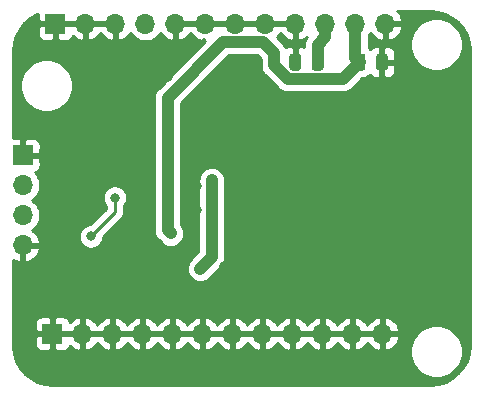
<source format=gbr>
%TF.GenerationSoftware,KiCad,Pcbnew,(5.1.9)-1*%
%TF.CreationDate,2021-10-14T16:01:30-04:00*%
%TF.ProjectId,ModularPreamp,4d6f6475-6c61-4725-9072-65616d702e6b,rev?*%
%TF.SameCoordinates,Original*%
%TF.FileFunction,Copper,L2,Bot*%
%TF.FilePolarity,Positive*%
%FSLAX46Y46*%
G04 Gerber Fmt 4.6, Leading zero omitted, Abs format (unit mm)*
G04 Created by KiCad (PCBNEW (5.1.9)-1) date 2021-10-14 16:01:30*
%MOMM*%
%LPD*%
G01*
G04 APERTURE LIST*
%TA.AperFunction,ComponentPad*%
%ADD10O,1.700000X1.700000*%
%TD*%
%TA.AperFunction,ComponentPad*%
%ADD11R,1.700000X1.700000*%
%TD*%
%TA.AperFunction,ViaPad*%
%ADD12C,0.800000*%
%TD*%
%TA.AperFunction,Conductor*%
%ADD13C,1.000000*%
%TD*%
%TA.AperFunction,Conductor*%
%ADD14C,0.250000*%
%TD*%
%TA.AperFunction,Conductor*%
%ADD15C,0.254000*%
%TD*%
%TA.AperFunction,Conductor*%
%ADD16C,0.100000*%
%TD*%
G04 APERTURE END LIST*
D10*
%TO.P,J1,4*%
%TO.N,GND*%
X146500000Y-107500000D03*
%TO.P,J1,3*%
%TO.N,Optional_In+*%
X146500000Y-104960000D03*
%TO.P,J1,2*%
%TO.N,Sum*%
X146500000Y-102420000D03*
D11*
%TO.P,J1,1*%
%TO.N,GND*%
X146500000Y-99880000D03*
%TD*%
%TO.P,C4,2*%
%TO.N,-5V*%
%TA.AperFunction,SMDPad,CuDef*%
G36*
G01*
X175500000Y-91525000D02*
X175500000Y-92475000D01*
G75*
G02*
X175250000Y-92725000I-250000J0D01*
G01*
X174750000Y-92725000D01*
G75*
G02*
X174500000Y-92475000I0J250000D01*
G01*
X174500000Y-91525000D01*
G75*
G02*
X174750000Y-91275000I250000J0D01*
G01*
X175250000Y-91275000D01*
G75*
G02*
X175500000Y-91525000I0J-250000D01*
G01*
G37*
%TD.AperFunction*%
%TO.P,C4,1*%
%TO.N,GND*%
%TA.AperFunction,SMDPad,CuDef*%
G36*
G01*
X177400000Y-91525000D02*
X177400000Y-92475000D01*
G75*
G02*
X177150000Y-92725000I-250000J0D01*
G01*
X176650000Y-92725000D01*
G75*
G02*
X176400000Y-92475000I0J250000D01*
G01*
X176400000Y-91525000D01*
G75*
G02*
X176650000Y-91275000I250000J0D01*
G01*
X177150000Y-91275000D01*
G75*
G02*
X177400000Y-91525000I0J-250000D01*
G01*
G37*
%TD.AperFunction*%
%TD*%
%TO.P,C2,2*%
%TO.N,GND*%
%TA.AperFunction,SMDPad,CuDef*%
G36*
G01*
X170050000Y-91525000D02*
X170050000Y-92475000D01*
G75*
G02*
X169800000Y-92725000I-250000J0D01*
G01*
X169300000Y-92725000D01*
G75*
G02*
X169050000Y-92475000I0J250000D01*
G01*
X169050000Y-91525000D01*
G75*
G02*
X169300000Y-91275000I250000J0D01*
G01*
X169800000Y-91275000D01*
G75*
G02*
X170050000Y-91525000I0J-250000D01*
G01*
G37*
%TD.AperFunction*%
%TO.P,C2,1*%
%TO.N,+5V*%
%TA.AperFunction,SMDPad,CuDef*%
G36*
G01*
X171950000Y-91525000D02*
X171950000Y-92475000D01*
G75*
G02*
X171700000Y-92725000I-250000J0D01*
G01*
X171200000Y-92725000D01*
G75*
G02*
X170950000Y-92475000I0J250000D01*
G01*
X170950000Y-91525000D01*
G75*
G02*
X171200000Y-91275000I250000J0D01*
G01*
X171700000Y-91275000D01*
G75*
G02*
X171950000Y-91525000I0J-250000D01*
G01*
G37*
%TD.AperFunction*%
%TD*%
D10*
%TO.P,J18,12*%
%TO.N,GND*%
X177190000Y-88750000D03*
%TO.P,J18,11*%
%TO.N,-5V*%
X174650000Y-88750000D03*
%TO.P,J18,10*%
%TO.N,+5V*%
X172110000Y-88750000D03*
%TO.P,J18,9*%
%TO.N,GND*%
X169570000Y-88750000D03*
%TO.P,J18,8*%
X167030000Y-88750000D03*
%TO.P,J18,7*%
X164490000Y-88750000D03*
%TO.P,J18,6*%
X161950000Y-88750000D03*
%TO.P,J18,5*%
X159410000Y-88750000D03*
%TO.P,J18,4*%
%TO.N,SumOut*%
X156870000Y-88750000D03*
%TO.P,J18,3*%
%TO.N,GND*%
X154330000Y-88750000D03*
%TO.P,J18,2*%
X151790000Y-88750000D03*
D11*
%TO.P,J18,1*%
X149250000Y-88750000D03*
%TD*%
D10*
%TO.P,J22,12*%
%TO.N,GND*%
X176940000Y-115000000D03*
%TO.P,J22,11*%
X174400000Y-115000000D03*
%TO.P,J22,10*%
X171860000Y-115000000D03*
%TO.P,J22,9*%
X169320000Y-115000000D03*
%TO.P,J22,8*%
X166780000Y-115000000D03*
%TO.P,J22,7*%
X164240000Y-115000000D03*
%TO.P,J22,6*%
X161700000Y-115000000D03*
%TO.P,J22,5*%
X159160000Y-115000000D03*
%TO.P,J22,4*%
X156620000Y-115000000D03*
%TO.P,J22,3*%
X154080000Y-115000000D03*
%TO.P,J22,2*%
X151540000Y-115000000D03*
D11*
%TO.P,J22,1*%
X149000000Y-115000000D03*
%TD*%
D12*
%TO.N,GND*%
X155500000Y-91000000D03*
X158500000Y-91000000D03*
X155000000Y-95500000D03*
X147500000Y-97500000D03*
X161250000Y-104500000D03*
X164502497Y-103247659D03*
X164250000Y-106750000D03*
X163250000Y-94000000D03*
X162000000Y-96250000D03*
X150000000Y-104000000D03*
X152500000Y-105000000D03*
X155250000Y-108500000D03*
X159500000Y-109250000D03*
X156000000Y-110000000D03*
X154000000Y-112000000D03*
X165500000Y-109250000D03*
X163500000Y-109250000D03*
X167250000Y-105750000D03*
X177750000Y-111250000D03*
X175000000Y-111250000D03*
X172500000Y-111250000D03*
X169500000Y-111250000D03*
X161000000Y-90750000D03*
X162500000Y-98750000D03*
X164000000Y-95750000D03*
X161250000Y-102500000D03*
X158750000Y-93250000D03*
X166500000Y-94250000D03*
X161500000Y-94750000D03*
X172000000Y-101500000D03*
X176000000Y-101500000D03*
X174000000Y-101500000D03*
X172000000Y-98250000D03*
X174000000Y-98250000D03*
X176000000Y-98250000D03*
X168000000Y-98250000D03*
X166000000Y-98250000D03*
X170000000Y-98250000D03*
X168750000Y-101500000D03*
X166750000Y-101500000D03*
X170750000Y-101500000D03*
X149250000Y-100750000D03*
X153250000Y-100750000D03*
X151250000Y-100750000D03*
X183000000Y-110000000D03*
X183000000Y-105000000D03*
X183000000Y-100000000D03*
X183000000Y-95000000D03*
X181000000Y-110000000D03*
X181000000Y-105000000D03*
X181000000Y-100000000D03*
X181000000Y-95000000D03*
%TO.N,-5V*%
X159000000Y-106500000D03*
%TO.N,Net-(R33-Pad1)*%
X162500000Y-102000000D03*
X161500000Y-109500000D03*
%TO.N,Net-(R6-Pad1)*%
X152250000Y-106750000D03*
X154277825Y-103472175D03*
%TD*%
D13*
%TO.N,+5V*%
X171450000Y-92000000D02*
X171450000Y-90550000D01*
X172110000Y-89890000D02*
X172110000Y-88750000D01*
X171450000Y-90550000D02*
X172110000Y-89890000D01*
%TO.N,-5V*%
X174650000Y-91650000D02*
X175000000Y-92000000D01*
X174650000Y-88750000D02*
X174650000Y-91650000D01*
X168906490Y-93425010D02*
X167750000Y-92268520D01*
X173574990Y-93425010D02*
X168906490Y-93425010D01*
X175000000Y-92000000D02*
X173574990Y-93425010D01*
X167750000Y-91250000D02*
X166800001Y-90300001D01*
X167750000Y-92268520D02*
X167750000Y-91250000D01*
X166800001Y-90300001D02*
X163449999Y-90300001D01*
X163449999Y-90300001D02*
X158750000Y-95000000D01*
X158750000Y-106250000D02*
X159000000Y-106500000D01*
X158750000Y-95000000D02*
X158750000Y-106250000D01*
%TO.N,Net-(R33-Pad1)*%
X162500000Y-102000000D02*
X162500000Y-108500000D01*
X162500000Y-108500000D02*
X161500000Y-109500000D01*
D14*
%TO.N,Net-(R6-Pad1)*%
X154277825Y-104722175D02*
X154277825Y-103472175D01*
X152250000Y-106750000D02*
X154277825Y-104722175D01*
%TD*%
D15*
%TO.N,GND*%
X181648126Y-87726714D02*
X182271572Y-87914943D01*
X182846579Y-88220681D01*
X183351247Y-88632279D01*
X183766362Y-89134067D01*
X184076105Y-89706924D01*
X184268682Y-90329039D01*
X184340001Y-91007594D01*
X184340000Y-115967721D01*
X184273286Y-116648126D01*
X184085057Y-117271570D01*
X183779323Y-117846573D01*
X183367721Y-118351248D01*
X182865933Y-118766362D01*
X182293077Y-119076104D01*
X181670961Y-119268682D01*
X180992417Y-119340000D01*
X149032279Y-119340000D01*
X148351874Y-119273286D01*
X147728430Y-119085057D01*
X147153427Y-118779323D01*
X146648752Y-118367721D01*
X146233638Y-117865933D01*
X145923896Y-117293077D01*
X145731318Y-116670961D01*
X145660000Y-115992417D01*
X145660000Y-115850000D01*
X147511928Y-115850000D01*
X147524188Y-115974482D01*
X147560498Y-116094180D01*
X147619463Y-116204494D01*
X147698815Y-116301185D01*
X147795506Y-116380537D01*
X147905820Y-116439502D01*
X148025518Y-116475812D01*
X148150000Y-116488072D01*
X148714250Y-116485000D01*
X148873000Y-116326250D01*
X148873000Y-115127000D01*
X149127000Y-115127000D01*
X149127000Y-116326250D01*
X149285750Y-116485000D01*
X149850000Y-116488072D01*
X149974482Y-116475812D01*
X150094180Y-116439502D01*
X150204494Y-116380537D01*
X150301185Y-116301185D01*
X150380537Y-116204494D01*
X150439502Y-116094180D01*
X150463966Y-116013534D01*
X150539731Y-116097588D01*
X150773080Y-116271641D01*
X151035901Y-116396825D01*
X151183110Y-116441476D01*
X151413000Y-116320155D01*
X151413000Y-115127000D01*
X151667000Y-115127000D01*
X151667000Y-116320155D01*
X151896890Y-116441476D01*
X152044099Y-116396825D01*
X152306920Y-116271641D01*
X152540269Y-116097588D01*
X152735178Y-115881355D01*
X152810000Y-115755745D01*
X152884822Y-115881355D01*
X153079731Y-116097588D01*
X153313080Y-116271641D01*
X153575901Y-116396825D01*
X153723110Y-116441476D01*
X153953000Y-116320155D01*
X153953000Y-115127000D01*
X154207000Y-115127000D01*
X154207000Y-116320155D01*
X154436890Y-116441476D01*
X154584099Y-116396825D01*
X154846920Y-116271641D01*
X155080269Y-116097588D01*
X155275178Y-115881355D01*
X155350000Y-115755745D01*
X155424822Y-115881355D01*
X155619731Y-116097588D01*
X155853080Y-116271641D01*
X156115901Y-116396825D01*
X156263110Y-116441476D01*
X156493000Y-116320155D01*
X156493000Y-115127000D01*
X156747000Y-115127000D01*
X156747000Y-116320155D01*
X156976890Y-116441476D01*
X157124099Y-116396825D01*
X157386920Y-116271641D01*
X157620269Y-116097588D01*
X157815178Y-115881355D01*
X157890000Y-115755745D01*
X157964822Y-115881355D01*
X158159731Y-116097588D01*
X158393080Y-116271641D01*
X158655901Y-116396825D01*
X158803110Y-116441476D01*
X159033000Y-116320155D01*
X159033000Y-115127000D01*
X159287000Y-115127000D01*
X159287000Y-116320155D01*
X159516890Y-116441476D01*
X159664099Y-116396825D01*
X159926920Y-116271641D01*
X160160269Y-116097588D01*
X160355178Y-115881355D01*
X160430000Y-115755745D01*
X160504822Y-115881355D01*
X160699731Y-116097588D01*
X160933080Y-116271641D01*
X161195901Y-116396825D01*
X161343110Y-116441476D01*
X161573000Y-116320155D01*
X161573000Y-115127000D01*
X161827000Y-115127000D01*
X161827000Y-116320155D01*
X162056890Y-116441476D01*
X162204099Y-116396825D01*
X162466920Y-116271641D01*
X162700269Y-116097588D01*
X162895178Y-115881355D01*
X162970000Y-115755745D01*
X163044822Y-115881355D01*
X163239731Y-116097588D01*
X163473080Y-116271641D01*
X163735901Y-116396825D01*
X163883110Y-116441476D01*
X164113000Y-116320155D01*
X164113000Y-115127000D01*
X164367000Y-115127000D01*
X164367000Y-116320155D01*
X164596890Y-116441476D01*
X164744099Y-116396825D01*
X165006920Y-116271641D01*
X165240269Y-116097588D01*
X165435178Y-115881355D01*
X165510000Y-115755745D01*
X165584822Y-115881355D01*
X165779731Y-116097588D01*
X166013080Y-116271641D01*
X166275901Y-116396825D01*
X166423110Y-116441476D01*
X166653000Y-116320155D01*
X166653000Y-115127000D01*
X166907000Y-115127000D01*
X166907000Y-116320155D01*
X167136890Y-116441476D01*
X167284099Y-116396825D01*
X167546920Y-116271641D01*
X167780269Y-116097588D01*
X167975178Y-115881355D01*
X168050000Y-115755745D01*
X168124822Y-115881355D01*
X168319731Y-116097588D01*
X168553080Y-116271641D01*
X168815901Y-116396825D01*
X168963110Y-116441476D01*
X169193000Y-116320155D01*
X169193000Y-115127000D01*
X169447000Y-115127000D01*
X169447000Y-116320155D01*
X169676890Y-116441476D01*
X169824099Y-116396825D01*
X170086920Y-116271641D01*
X170320269Y-116097588D01*
X170515178Y-115881355D01*
X170590000Y-115755745D01*
X170664822Y-115881355D01*
X170859731Y-116097588D01*
X171093080Y-116271641D01*
X171355901Y-116396825D01*
X171503110Y-116441476D01*
X171733000Y-116320155D01*
X171733000Y-115127000D01*
X171987000Y-115127000D01*
X171987000Y-116320155D01*
X172216890Y-116441476D01*
X172364099Y-116396825D01*
X172626920Y-116271641D01*
X172860269Y-116097588D01*
X173055178Y-115881355D01*
X173130000Y-115755745D01*
X173204822Y-115881355D01*
X173399731Y-116097588D01*
X173633080Y-116271641D01*
X173895901Y-116396825D01*
X174043110Y-116441476D01*
X174273000Y-116320155D01*
X174273000Y-115127000D01*
X174527000Y-115127000D01*
X174527000Y-116320155D01*
X174756890Y-116441476D01*
X174904099Y-116396825D01*
X175166920Y-116271641D01*
X175400269Y-116097588D01*
X175595178Y-115881355D01*
X175670000Y-115755745D01*
X175744822Y-115881355D01*
X175939731Y-116097588D01*
X176173080Y-116271641D01*
X176435901Y-116396825D01*
X176583110Y-116441476D01*
X176813000Y-116320155D01*
X176813000Y-115127000D01*
X177067000Y-115127000D01*
X177067000Y-116320155D01*
X177296890Y-116441476D01*
X177444099Y-116396825D01*
X177689639Y-116279872D01*
X179265000Y-116279872D01*
X179265000Y-116720128D01*
X179350890Y-117151925D01*
X179519369Y-117558669D01*
X179763962Y-117924729D01*
X180075271Y-118236038D01*
X180441331Y-118480631D01*
X180848075Y-118649110D01*
X181279872Y-118735000D01*
X181720128Y-118735000D01*
X182151925Y-118649110D01*
X182558669Y-118480631D01*
X182924729Y-118236038D01*
X183236038Y-117924729D01*
X183480631Y-117558669D01*
X183649110Y-117151925D01*
X183735000Y-116720128D01*
X183735000Y-116279872D01*
X183649110Y-115848075D01*
X183480631Y-115441331D01*
X183236038Y-115075271D01*
X182924729Y-114763962D01*
X182558669Y-114519369D01*
X182151925Y-114350890D01*
X181720128Y-114265000D01*
X181279872Y-114265000D01*
X180848075Y-114350890D01*
X180441331Y-114519369D01*
X180075271Y-114763962D01*
X179763962Y-115075271D01*
X179519369Y-115441331D01*
X179350890Y-115848075D01*
X179265000Y-116279872D01*
X177689639Y-116279872D01*
X177706920Y-116271641D01*
X177940269Y-116097588D01*
X178135178Y-115881355D01*
X178284157Y-115631252D01*
X178381481Y-115356891D01*
X178260814Y-115127000D01*
X177067000Y-115127000D01*
X176813000Y-115127000D01*
X174527000Y-115127000D01*
X174273000Y-115127000D01*
X171987000Y-115127000D01*
X171733000Y-115127000D01*
X169447000Y-115127000D01*
X169193000Y-115127000D01*
X166907000Y-115127000D01*
X166653000Y-115127000D01*
X164367000Y-115127000D01*
X164113000Y-115127000D01*
X161827000Y-115127000D01*
X161573000Y-115127000D01*
X159287000Y-115127000D01*
X159033000Y-115127000D01*
X156747000Y-115127000D01*
X156493000Y-115127000D01*
X154207000Y-115127000D01*
X153953000Y-115127000D01*
X151667000Y-115127000D01*
X151413000Y-115127000D01*
X149127000Y-115127000D01*
X148873000Y-115127000D01*
X147673750Y-115127000D01*
X147515000Y-115285750D01*
X147511928Y-115850000D01*
X145660000Y-115850000D01*
X145660000Y-114150000D01*
X147511928Y-114150000D01*
X147515000Y-114714250D01*
X147673750Y-114873000D01*
X148873000Y-114873000D01*
X148873000Y-113673750D01*
X149127000Y-113673750D01*
X149127000Y-114873000D01*
X151413000Y-114873000D01*
X151413000Y-113679845D01*
X151667000Y-113679845D01*
X151667000Y-114873000D01*
X153953000Y-114873000D01*
X153953000Y-113679845D01*
X154207000Y-113679845D01*
X154207000Y-114873000D01*
X156493000Y-114873000D01*
X156493000Y-113679845D01*
X156747000Y-113679845D01*
X156747000Y-114873000D01*
X159033000Y-114873000D01*
X159033000Y-113679845D01*
X159287000Y-113679845D01*
X159287000Y-114873000D01*
X161573000Y-114873000D01*
X161573000Y-113679845D01*
X161827000Y-113679845D01*
X161827000Y-114873000D01*
X164113000Y-114873000D01*
X164113000Y-113679845D01*
X164367000Y-113679845D01*
X164367000Y-114873000D01*
X166653000Y-114873000D01*
X166653000Y-113679845D01*
X166907000Y-113679845D01*
X166907000Y-114873000D01*
X169193000Y-114873000D01*
X169193000Y-113679845D01*
X169447000Y-113679845D01*
X169447000Y-114873000D01*
X171733000Y-114873000D01*
X171733000Y-113679845D01*
X171987000Y-113679845D01*
X171987000Y-114873000D01*
X174273000Y-114873000D01*
X174273000Y-113679845D01*
X174527000Y-113679845D01*
X174527000Y-114873000D01*
X176813000Y-114873000D01*
X176813000Y-113679845D01*
X177067000Y-113679845D01*
X177067000Y-114873000D01*
X178260814Y-114873000D01*
X178381481Y-114643109D01*
X178284157Y-114368748D01*
X178135178Y-114118645D01*
X177940269Y-113902412D01*
X177706920Y-113728359D01*
X177444099Y-113603175D01*
X177296890Y-113558524D01*
X177067000Y-113679845D01*
X176813000Y-113679845D01*
X176583110Y-113558524D01*
X176435901Y-113603175D01*
X176173080Y-113728359D01*
X175939731Y-113902412D01*
X175744822Y-114118645D01*
X175670000Y-114244255D01*
X175595178Y-114118645D01*
X175400269Y-113902412D01*
X175166920Y-113728359D01*
X174904099Y-113603175D01*
X174756890Y-113558524D01*
X174527000Y-113679845D01*
X174273000Y-113679845D01*
X174043110Y-113558524D01*
X173895901Y-113603175D01*
X173633080Y-113728359D01*
X173399731Y-113902412D01*
X173204822Y-114118645D01*
X173130000Y-114244255D01*
X173055178Y-114118645D01*
X172860269Y-113902412D01*
X172626920Y-113728359D01*
X172364099Y-113603175D01*
X172216890Y-113558524D01*
X171987000Y-113679845D01*
X171733000Y-113679845D01*
X171503110Y-113558524D01*
X171355901Y-113603175D01*
X171093080Y-113728359D01*
X170859731Y-113902412D01*
X170664822Y-114118645D01*
X170590000Y-114244255D01*
X170515178Y-114118645D01*
X170320269Y-113902412D01*
X170086920Y-113728359D01*
X169824099Y-113603175D01*
X169676890Y-113558524D01*
X169447000Y-113679845D01*
X169193000Y-113679845D01*
X168963110Y-113558524D01*
X168815901Y-113603175D01*
X168553080Y-113728359D01*
X168319731Y-113902412D01*
X168124822Y-114118645D01*
X168050000Y-114244255D01*
X167975178Y-114118645D01*
X167780269Y-113902412D01*
X167546920Y-113728359D01*
X167284099Y-113603175D01*
X167136890Y-113558524D01*
X166907000Y-113679845D01*
X166653000Y-113679845D01*
X166423110Y-113558524D01*
X166275901Y-113603175D01*
X166013080Y-113728359D01*
X165779731Y-113902412D01*
X165584822Y-114118645D01*
X165510000Y-114244255D01*
X165435178Y-114118645D01*
X165240269Y-113902412D01*
X165006920Y-113728359D01*
X164744099Y-113603175D01*
X164596890Y-113558524D01*
X164367000Y-113679845D01*
X164113000Y-113679845D01*
X163883110Y-113558524D01*
X163735901Y-113603175D01*
X163473080Y-113728359D01*
X163239731Y-113902412D01*
X163044822Y-114118645D01*
X162970000Y-114244255D01*
X162895178Y-114118645D01*
X162700269Y-113902412D01*
X162466920Y-113728359D01*
X162204099Y-113603175D01*
X162056890Y-113558524D01*
X161827000Y-113679845D01*
X161573000Y-113679845D01*
X161343110Y-113558524D01*
X161195901Y-113603175D01*
X160933080Y-113728359D01*
X160699731Y-113902412D01*
X160504822Y-114118645D01*
X160430000Y-114244255D01*
X160355178Y-114118645D01*
X160160269Y-113902412D01*
X159926920Y-113728359D01*
X159664099Y-113603175D01*
X159516890Y-113558524D01*
X159287000Y-113679845D01*
X159033000Y-113679845D01*
X158803110Y-113558524D01*
X158655901Y-113603175D01*
X158393080Y-113728359D01*
X158159731Y-113902412D01*
X157964822Y-114118645D01*
X157890000Y-114244255D01*
X157815178Y-114118645D01*
X157620269Y-113902412D01*
X157386920Y-113728359D01*
X157124099Y-113603175D01*
X156976890Y-113558524D01*
X156747000Y-113679845D01*
X156493000Y-113679845D01*
X156263110Y-113558524D01*
X156115901Y-113603175D01*
X155853080Y-113728359D01*
X155619731Y-113902412D01*
X155424822Y-114118645D01*
X155350000Y-114244255D01*
X155275178Y-114118645D01*
X155080269Y-113902412D01*
X154846920Y-113728359D01*
X154584099Y-113603175D01*
X154436890Y-113558524D01*
X154207000Y-113679845D01*
X153953000Y-113679845D01*
X153723110Y-113558524D01*
X153575901Y-113603175D01*
X153313080Y-113728359D01*
X153079731Y-113902412D01*
X152884822Y-114118645D01*
X152810000Y-114244255D01*
X152735178Y-114118645D01*
X152540269Y-113902412D01*
X152306920Y-113728359D01*
X152044099Y-113603175D01*
X151896890Y-113558524D01*
X151667000Y-113679845D01*
X151413000Y-113679845D01*
X151183110Y-113558524D01*
X151035901Y-113603175D01*
X150773080Y-113728359D01*
X150539731Y-113902412D01*
X150463966Y-113986466D01*
X150439502Y-113905820D01*
X150380537Y-113795506D01*
X150301185Y-113698815D01*
X150204494Y-113619463D01*
X150094180Y-113560498D01*
X149974482Y-113524188D01*
X149850000Y-113511928D01*
X149285750Y-113515000D01*
X149127000Y-113673750D01*
X148873000Y-113673750D01*
X148714250Y-113515000D01*
X148150000Y-113511928D01*
X148025518Y-113524188D01*
X147905820Y-113560498D01*
X147795506Y-113619463D01*
X147698815Y-113698815D01*
X147619463Y-113795506D01*
X147560498Y-113905820D01*
X147524188Y-114025518D01*
X147511928Y-114150000D01*
X145660000Y-114150000D01*
X145660000Y-109500000D01*
X160359509Y-109500000D01*
X160381423Y-109722498D01*
X160446324Y-109936446D01*
X160551717Y-110133622D01*
X160693552Y-110306448D01*
X160866378Y-110448283D01*
X161063554Y-110553676D01*
X161277502Y-110618577D01*
X161500000Y-110640491D01*
X161722498Y-110618577D01*
X161936446Y-110553676D01*
X162133622Y-110448283D01*
X162263143Y-110341988D01*
X163263145Y-109341987D01*
X163306449Y-109306449D01*
X163395368Y-109198102D01*
X163448284Y-109133623D01*
X163553676Y-108936447D01*
X163618577Y-108722499D01*
X163621268Y-108695178D01*
X163635000Y-108555752D01*
X163640491Y-108500000D01*
X163635000Y-108444248D01*
X163635000Y-101944248D01*
X163618577Y-101777501D01*
X163553676Y-101563553D01*
X163448284Y-101366377D01*
X163306449Y-101193551D01*
X163133623Y-101051716D01*
X162936446Y-100946324D01*
X162722498Y-100881423D01*
X162500000Y-100859509D01*
X162277501Y-100881423D01*
X162063553Y-100946324D01*
X161866377Y-101051716D01*
X161693551Y-101193551D01*
X161551716Y-101366377D01*
X161446324Y-101563554D01*
X161381423Y-101777502D01*
X161365000Y-101944249D01*
X161365001Y-108029867D01*
X160658012Y-108736857D01*
X160551717Y-108866378D01*
X160446324Y-109063554D01*
X160381423Y-109277502D01*
X160359509Y-109500000D01*
X145660000Y-109500000D01*
X145660000Y-108719812D01*
X145868748Y-108844157D01*
X146143109Y-108941481D01*
X146373000Y-108820814D01*
X146373000Y-107627000D01*
X146627000Y-107627000D01*
X146627000Y-108820814D01*
X146856891Y-108941481D01*
X147131252Y-108844157D01*
X147381355Y-108695178D01*
X147597588Y-108500269D01*
X147771641Y-108266920D01*
X147896825Y-108004099D01*
X147941476Y-107856890D01*
X147820155Y-107627000D01*
X146627000Y-107627000D01*
X146373000Y-107627000D01*
X146353000Y-107627000D01*
X146353000Y-107373000D01*
X146373000Y-107373000D01*
X146373000Y-107353000D01*
X146627000Y-107353000D01*
X146627000Y-107373000D01*
X147820155Y-107373000D01*
X147941476Y-107143110D01*
X147896825Y-106995901D01*
X147771641Y-106733080D01*
X147708227Y-106648061D01*
X151215000Y-106648061D01*
X151215000Y-106851939D01*
X151254774Y-107051898D01*
X151332795Y-107240256D01*
X151446063Y-107409774D01*
X151590226Y-107553937D01*
X151759744Y-107667205D01*
X151948102Y-107745226D01*
X152148061Y-107785000D01*
X152351939Y-107785000D01*
X152551898Y-107745226D01*
X152740256Y-107667205D01*
X152909774Y-107553937D01*
X153053937Y-107409774D01*
X153167205Y-107240256D01*
X153245226Y-107051898D01*
X153285000Y-106851939D01*
X153285000Y-106789801D01*
X154788829Y-105285973D01*
X154817826Y-105262176D01*
X154912799Y-105146451D01*
X154983371Y-105014422D01*
X155026828Y-104871161D01*
X155037825Y-104759508D01*
X155037825Y-104759507D01*
X155041502Y-104722175D01*
X155037825Y-104684842D01*
X155037825Y-104175886D01*
X155081762Y-104131949D01*
X155195030Y-103962431D01*
X155273051Y-103774073D01*
X155312825Y-103574114D01*
X155312825Y-103370236D01*
X155273051Y-103170277D01*
X155195030Y-102981919D01*
X155081762Y-102812401D01*
X154937599Y-102668238D01*
X154768081Y-102554970D01*
X154579723Y-102476949D01*
X154379764Y-102437175D01*
X154175886Y-102437175D01*
X153975927Y-102476949D01*
X153787569Y-102554970D01*
X153618051Y-102668238D01*
X153473888Y-102812401D01*
X153360620Y-102981919D01*
X153282599Y-103170277D01*
X153242825Y-103370236D01*
X153242825Y-103574114D01*
X153282599Y-103774073D01*
X153360620Y-103962431D01*
X153473888Y-104131949D01*
X153517825Y-104175886D01*
X153517825Y-104407373D01*
X152210199Y-105715000D01*
X152148061Y-105715000D01*
X151948102Y-105754774D01*
X151759744Y-105832795D01*
X151590226Y-105946063D01*
X151446063Y-106090226D01*
X151332795Y-106259744D01*
X151254774Y-106448102D01*
X151215000Y-106648061D01*
X147708227Y-106648061D01*
X147597588Y-106499731D01*
X147381355Y-106304822D01*
X147264466Y-106235195D01*
X147446632Y-106113475D01*
X147653475Y-105906632D01*
X147815990Y-105663411D01*
X147927932Y-105393158D01*
X147985000Y-105106260D01*
X147985000Y-104813740D01*
X147927932Y-104526842D01*
X147815990Y-104256589D01*
X147653475Y-104013368D01*
X147446632Y-103806525D01*
X147272240Y-103690000D01*
X147446632Y-103573475D01*
X147653475Y-103366632D01*
X147815990Y-103123411D01*
X147927932Y-102853158D01*
X147985000Y-102566260D01*
X147985000Y-102273740D01*
X147927932Y-101986842D01*
X147815990Y-101716589D01*
X147653475Y-101473368D01*
X147521620Y-101341513D01*
X147594180Y-101319502D01*
X147704494Y-101260537D01*
X147801185Y-101181185D01*
X147880537Y-101084494D01*
X147939502Y-100974180D01*
X147975812Y-100854482D01*
X147988072Y-100730000D01*
X147985000Y-100165750D01*
X147826250Y-100007000D01*
X146627000Y-100007000D01*
X146627000Y-100027000D01*
X146373000Y-100027000D01*
X146373000Y-100007000D01*
X146353000Y-100007000D01*
X146353000Y-99753000D01*
X146373000Y-99753000D01*
X146373000Y-98553750D01*
X146627000Y-98553750D01*
X146627000Y-99753000D01*
X147826250Y-99753000D01*
X147985000Y-99594250D01*
X147988072Y-99030000D01*
X147975812Y-98905518D01*
X147939502Y-98785820D01*
X147880537Y-98675506D01*
X147801185Y-98578815D01*
X147704494Y-98499463D01*
X147594180Y-98440498D01*
X147474482Y-98404188D01*
X147350000Y-98391928D01*
X146785750Y-98395000D01*
X146627000Y-98553750D01*
X146373000Y-98553750D01*
X146214250Y-98395000D01*
X145660000Y-98391982D01*
X145660000Y-93779872D01*
X146265000Y-93779872D01*
X146265000Y-94220128D01*
X146350890Y-94651925D01*
X146519369Y-95058669D01*
X146763962Y-95424729D01*
X147075271Y-95736038D01*
X147441331Y-95980631D01*
X147848075Y-96149110D01*
X148279872Y-96235000D01*
X148720128Y-96235000D01*
X149151925Y-96149110D01*
X149558669Y-95980631D01*
X149924729Y-95736038D01*
X150236038Y-95424729D01*
X150480631Y-95058669D01*
X150649110Y-94651925D01*
X150735000Y-94220128D01*
X150735000Y-93779872D01*
X150649110Y-93348075D01*
X150480631Y-92941331D01*
X150236038Y-92575271D01*
X149924729Y-92263962D01*
X149558669Y-92019369D01*
X149151925Y-91850890D01*
X148720128Y-91765000D01*
X148279872Y-91765000D01*
X147848075Y-91850890D01*
X147441331Y-92019369D01*
X147075271Y-92263962D01*
X146763962Y-92575271D01*
X146519369Y-92941331D01*
X146350890Y-93348075D01*
X146265000Y-93779872D01*
X145660000Y-93779872D01*
X145660000Y-91032278D01*
X145726714Y-90351874D01*
X145914943Y-89728428D01*
X145983229Y-89600000D01*
X147761928Y-89600000D01*
X147774188Y-89724482D01*
X147810498Y-89844180D01*
X147869463Y-89954494D01*
X147948815Y-90051185D01*
X148045506Y-90130537D01*
X148155820Y-90189502D01*
X148275518Y-90225812D01*
X148400000Y-90238072D01*
X148964250Y-90235000D01*
X149123000Y-90076250D01*
X149123000Y-88877000D01*
X149377000Y-88877000D01*
X149377000Y-90076250D01*
X149535750Y-90235000D01*
X150100000Y-90238072D01*
X150224482Y-90225812D01*
X150344180Y-90189502D01*
X150454494Y-90130537D01*
X150551185Y-90051185D01*
X150630537Y-89954494D01*
X150689502Y-89844180D01*
X150713966Y-89763534D01*
X150789731Y-89847588D01*
X151023080Y-90021641D01*
X151285901Y-90146825D01*
X151433110Y-90191476D01*
X151663000Y-90070155D01*
X151663000Y-88877000D01*
X151917000Y-88877000D01*
X151917000Y-90070155D01*
X152146890Y-90191476D01*
X152294099Y-90146825D01*
X152556920Y-90021641D01*
X152790269Y-89847588D01*
X152985178Y-89631355D01*
X153060000Y-89505745D01*
X153134822Y-89631355D01*
X153329731Y-89847588D01*
X153563080Y-90021641D01*
X153825901Y-90146825D01*
X153973110Y-90191476D01*
X154203000Y-90070155D01*
X154203000Y-88877000D01*
X151917000Y-88877000D01*
X151663000Y-88877000D01*
X149377000Y-88877000D01*
X149123000Y-88877000D01*
X147923750Y-88877000D01*
X147765000Y-89035750D01*
X147761928Y-89600000D01*
X145983229Y-89600000D01*
X146220681Y-89153421D01*
X146632279Y-88648753D01*
X147134067Y-88233638D01*
X147706924Y-87923895D01*
X147761965Y-87906857D01*
X147765000Y-88464250D01*
X147923750Y-88623000D01*
X149123000Y-88623000D01*
X149123000Y-88603000D01*
X149377000Y-88603000D01*
X149377000Y-88623000D01*
X151663000Y-88623000D01*
X151663000Y-88603000D01*
X151917000Y-88603000D01*
X151917000Y-88623000D01*
X154203000Y-88623000D01*
X154203000Y-88603000D01*
X154457000Y-88603000D01*
X154457000Y-88623000D01*
X154477000Y-88623000D01*
X154477000Y-88877000D01*
X154457000Y-88877000D01*
X154457000Y-90070155D01*
X154686890Y-90191476D01*
X154834099Y-90146825D01*
X155096920Y-90021641D01*
X155330269Y-89847588D01*
X155525178Y-89631355D01*
X155594805Y-89514466D01*
X155716525Y-89696632D01*
X155923368Y-89903475D01*
X156166589Y-90065990D01*
X156436842Y-90177932D01*
X156723740Y-90235000D01*
X157016260Y-90235000D01*
X157303158Y-90177932D01*
X157573411Y-90065990D01*
X157816632Y-89903475D01*
X158023475Y-89696632D01*
X158145195Y-89514466D01*
X158214822Y-89631355D01*
X158409731Y-89847588D01*
X158643080Y-90021641D01*
X158905901Y-90146825D01*
X159053110Y-90191476D01*
X159283000Y-90070155D01*
X159283000Y-88877000D01*
X159263000Y-88877000D01*
X159263000Y-88623000D01*
X159283000Y-88623000D01*
X159283000Y-88603000D01*
X159537000Y-88603000D01*
X159537000Y-88623000D01*
X161823000Y-88623000D01*
X161823000Y-88603000D01*
X162077000Y-88603000D01*
X162077000Y-88623000D01*
X164363000Y-88623000D01*
X164363000Y-88603000D01*
X164617000Y-88603000D01*
X164617000Y-88623000D01*
X166903000Y-88623000D01*
X166903000Y-88603000D01*
X167157000Y-88603000D01*
X167157000Y-88623000D01*
X169443000Y-88623000D01*
X169443000Y-88603000D01*
X169697000Y-88603000D01*
X169697000Y-88623000D01*
X169717000Y-88623000D01*
X169717000Y-88877000D01*
X169697000Y-88877000D01*
X169697000Y-90070155D01*
X169926890Y-90191476D01*
X170074099Y-90146825D01*
X170336920Y-90021641D01*
X170539077Y-89870854D01*
X170501717Y-89916377D01*
X170396324Y-90113553D01*
X170331423Y-90327501D01*
X170329251Y-90349550D01*
X170309509Y-90550000D01*
X170315000Y-90605751D01*
X170315000Y-90696627D01*
X170294180Y-90685498D01*
X170174482Y-90649188D01*
X170050000Y-90636928D01*
X169835750Y-90640000D01*
X169677000Y-90798750D01*
X169677000Y-91873000D01*
X169697000Y-91873000D01*
X169697000Y-92127000D01*
X169677000Y-92127000D01*
X169677000Y-92147000D01*
X169423000Y-92147000D01*
X169423000Y-92127000D01*
X169403000Y-92127000D01*
X169403000Y-91873000D01*
X169423000Y-91873000D01*
X169423000Y-90798750D01*
X169264250Y-90640000D01*
X169050000Y-90636928D01*
X168925518Y-90649188D01*
X168805820Y-90685498D01*
X168750916Y-90714845D01*
X168698284Y-90616377D01*
X168556449Y-90443551D01*
X168513140Y-90408008D01*
X167985851Y-89880719D01*
X168030269Y-89847588D01*
X168225178Y-89631355D01*
X168300000Y-89505745D01*
X168374822Y-89631355D01*
X168569731Y-89847588D01*
X168803080Y-90021641D01*
X169065901Y-90146825D01*
X169213110Y-90191476D01*
X169443000Y-90070155D01*
X169443000Y-88877000D01*
X167157000Y-88877000D01*
X167157000Y-88897000D01*
X166903000Y-88897000D01*
X166903000Y-88877000D01*
X164617000Y-88877000D01*
X164617000Y-88897000D01*
X164363000Y-88897000D01*
X164363000Y-88877000D01*
X162077000Y-88877000D01*
X162077000Y-88897000D01*
X161823000Y-88897000D01*
X161823000Y-88877000D01*
X159537000Y-88877000D01*
X159537000Y-90070155D01*
X159766890Y-90191476D01*
X159914099Y-90146825D01*
X160176920Y-90021641D01*
X160410269Y-89847588D01*
X160605178Y-89631355D01*
X160680000Y-89505745D01*
X160754822Y-89631355D01*
X160949731Y-89847588D01*
X161183080Y-90021641D01*
X161445901Y-90146825D01*
X161593110Y-90191476D01*
X161822998Y-90070156D01*
X161822998Y-90235000D01*
X161909868Y-90235000D01*
X157986865Y-94158004D01*
X157943551Y-94193551D01*
X157801716Y-94366377D01*
X157698218Y-94560010D01*
X157696324Y-94563554D01*
X157631423Y-94777502D01*
X157609509Y-95000000D01*
X157615000Y-95055752D01*
X157615001Y-106194239D01*
X157609509Y-106250000D01*
X157631423Y-106472498D01*
X157696324Y-106686446D01*
X157745384Y-106778230D01*
X157801717Y-106883623D01*
X157943552Y-107056449D01*
X157986860Y-107091991D01*
X158236857Y-107341988D01*
X158366377Y-107448283D01*
X158563553Y-107553675D01*
X158777500Y-107618576D01*
X158999999Y-107640490D01*
X159222498Y-107618576D01*
X159436446Y-107553675D01*
X159633622Y-107448283D01*
X159806448Y-107306448D01*
X159948283Y-107133622D01*
X160053675Y-106936446D01*
X160118576Y-106722498D01*
X160140490Y-106499999D01*
X160118576Y-106277500D01*
X160053675Y-106063553D01*
X159948283Y-105866377D01*
X159885000Y-105789267D01*
X159885000Y-95470131D01*
X163920131Y-91435001D01*
X166329870Y-91435001D01*
X166615000Y-91720132D01*
X166615000Y-92212769D01*
X166609509Y-92268520D01*
X166615000Y-92324271D01*
X166631423Y-92491018D01*
X166696324Y-92704966D01*
X166801716Y-92902143D01*
X166943551Y-93074969D01*
X166986864Y-93110516D01*
X168064498Y-94188150D01*
X168100041Y-94231459D01*
X168264439Y-94366377D01*
X168272867Y-94373294D01*
X168470043Y-94478686D01*
X168683991Y-94543587D01*
X168906490Y-94565501D01*
X168962242Y-94560010D01*
X173519239Y-94560010D01*
X173574990Y-94565501D01*
X173630741Y-94560010D01*
X173630742Y-94560010D01*
X173797489Y-94543587D01*
X174011437Y-94478686D01*
X174208613Y-94373294D01*
X174381439Y-94231459D01*
X174416986Y-94188145D01*
X175242060Y-93363072D01*
X175250000Y-93363072D01*
X175423254Y-93346008D01*
X175589850Y-93295472D01*
X175743386Y-93213405D01*
X175877962Y-93102962D01*
X175883342Y-93096406D01*
X175948815Y-93176185D01*
X176045506Y-93255537D01*
X176155820Y-93314502D01*
X176275518Y-93350812D01*
X176400000Y-93363072D01*
X176614250Y-93360000D01*
X176773000Y-93201250D01*
X176773000Y-92127000D01*
X177027000Y-92127000D01*
X177027000Y-93201250D01*
X177185750Y-93360000D01*
X177400000Y-93363072D01*
X177524482Y-93350812D01*
X177644180Y-93314502D01*
X177754494Y-93255537D01*
X177851185Y-93176185D01*
X177930537Y-93079494D01*
X177989502Y-92969180D01*
X178025812Y-92849482D01*
X178038072Y-92725000D01*
X178035000Y-92285750D01*
X177876250Y-92127000D01*
X177027000Y-92127000D01*
X176773000Y-92127000D01*
X176753000Y-92127000D01*
X176753000Y-91873000D01*
X176773000Y-91873000D01*
X176773000Y-90798750D01*
X177027000Y-90798750D01*
X177027000Y-91873000D01*
X177876250Y-91873000D01*
X178035000Y-91714250D01*
X178038072Y-91275000D01*
X178025812Y-91150518D01*
X177989502Y-91030820D01*
X177930537Y-90920506D01*
X177851185Y-90823815D01*
X177754494Y-90744463D01*
X177644180Y-90685498D01*
X177524482Y-90649188D01*
X177400000Y-90636928D01*
X177185750Y-90640000D01*
X177027000Y-90798750D01*
X176773000Y-90798750D01*
X176614250Y-90640000D01*
X176400000Y-90636928D01*
X176275518Y-90649188D01*
X176155820Y-90685498D01*
X176045506Y-90744463D01*
X175948815Y-90823815D01*
X175883342Y-90903594D01*
X175877962Y-90897038D01*
X175785000Y-90820747D01*
X175785000Y-90279872D01*
X179265000Y-90279872D01*
X179265000Y-90720128D01*
X179350890Y-91151925D01*
X179519369Y-91558669D01*
X179763962Y-91924729D01*
X180075271Y-92236038D01*
X180441331Y-92480631D01*
X180848075Y-92649110D01*
X181279872Y-92735000D01*
X181720128Y-92735000D01*
X182151925Y-92649110D01*
X182558669Y-92480631D01*
X182924729Y-92236038D01*
X183236038Y-91924729D01*
X183480631Y-91558669D01*
X183649110Y-91151925D01*
X183735000Y-90720128D01*
X183735000Y-90279872D01*
X183649110Y-89848075D01*
X183480631Y-89441331D01*
X183236038Y-89075271D01*
X182924729Y-88763962D01*
X182558669Y-88519369D01*
X182151925Y-88350890D01*
X181720128Y-88265000D01*
X181279872Y-88265000D01*
X180848075Y-88350890D01*
X180441331Y-88519369D01*
X180075271Y-88763962D01*
X179763962Y-89075271D01*
X179519369Y-89441331D01*
X179350890Y-89848075D01*
X179265000Y-90279872D01*
X175785000Y-90279872D01*
X175785000Y-89715107D01*
X175803475Y-89696632D01*
X175925195Y-89514466D01*
X175994822Y-89631355D01*
X176189731Y-89847588D01*
X176423080Y-90021641D01*
X176685901Y-90146825D01*
X176833110Y-90191476D01*
X177063000Y-90070155D01*
X177063000Y-88877000D01*
X177317000Y-88877000D01*
X177317000Y-90070155D01*
X177546890Y-90191476D01*
X177694099Y-90146825D01*
X177956920Y-90021641D01*
X178190269Y-89847588D01*
X178385178Y-89631355D01*
X178534157Y-89381252D01*
X178631481Y-89106891D01*
X178510814Y-88877000D01*
X177317000Y-88877000D01*
X177063000Y-88877000D01*
X177043000Y-88877000D01*
X177043000Y-88623000D01*
X177063000Y-88623000D01*
X177063000Y-88603000D01*
X177317000Y-88603000D01*
X177317000Y-88623000D01*
X178510814Y-88623000D01*
X178631481Y-88393109D01*
X178534157Y-88118748D01*
X178385178Y-87868645D01*
X178197109Y-87660000D01*
X180967722Y-87660000D01*
X181648126Y-87726714D01*
%TA.AperFunction,Conductor*%
D16*
G36*
X181648126Y-87726714D02*
G01*
X182271572Y-87914943D01*
X182846579Y-88220681D01*
X183351247Y-88632279D01*
X183766362Y-89134067D01*
X184076105Y-89706924D01*
X184268682Y-90329039D01*
X184340001Y-91007594D01*
X184340000Y-115967721D01*
X184273286Y-116648126D01*
X184085057Y-117271570D01*
X183779323Y-117846573D01*
X183367721Y-118351248D01*
X182865933Y-118766362D01*
X182293077Y-119076104D01*
X181670961Y-119268682D01*
X180992417Y-119340000D01*
X149032279Y-119340000D01*
X148351874Y-119273286D01*
X147728430Y-119085057D01*
X147153427Y-118779323D01*
X146648752Y-118367721D01*
X146233638Y-117865933D01*
X145923896Y-117293077D01*
X145731318Y-116670961D01*
X145660000Y-115992417D01*
X145660000Y-115850000D01*
X147511928Y-115850000D01*
X147524188Y-115974482D01*
X147560498Y-116094180D01*
X147619463Y-116204494D01*
X147698815Y-116301185D01*
X147795506Y-116380537D01*
X147905820Y-116439502D01*
X148025518Y-116475812D01*
X148150000Y-116488072D01*
X148714250Y-116485000D01*
X148873000Y-116326250D01*
X148873000Y-115127000D01*
X149127000Y-115127000D01*
X149127000Y-116326250D01*
X149285750Y-116485000D01*
X149850000Y-116488072D01*
X149974482Y-116475812D01*
X150094180Y-116439502D01*
X150204494Y-116380537D01*
X150301185Y-116301185D01*
X150380537Y-116204494D01*
X150439502Y-116094180D01*
X150463966Y-116013534D01*
X150539731Y-116097588D01*
X150773080Y-116271641D01*
X151035901Y-116396825D01*
X151183110Y-116441476D01*
X151413000Y-116320155D01*
X151413000Y-115127000D01*
X151667000Y-115127000D01*
X151667000Y-116320155D01*
X151896890Y-116441476D01*
X152044099Y-116396825D01*
X152306920Y-116271641D01*
X152540269Y-116097588D01*
X152735178Y-115881355D01*
X152810000Y-115755745D01*
X152884822Y-115881355D01*
X153079731Y-116097588D01*
X153313080Y-116271641D01*
X153575901Y-116396825D01*
X153723110Y-116441476D01*
X153953000Y-116320155D01*
X153953000Y-115127000D01*
X154207000Y-115127000D01*
X154207000Y-116320155D01*
X154436890Y-116441476D01*
X154584099Y-116396825D01*
X154846920Y-116271641D01*
X155080269Y-116097588D01*
X155275178Y-115881355D01*
X155350000Y-115755745D01*
X155424822Y-115881355D01*
X155619731Y-116097588D01*
X155853080Y-116271641D01*
X156115901Y-116396825D01*
X156263110Y-116441476D01*
X156493000Y-116320155D01*
X156493000Y-115127000D01*
X156747000Y-115127000D01*
X156747000Y-116320155D01*
X156976890Y-116441476D01*
X157124099Y-116396825D01*
X157386920Y-116271641D01*
X157620269Y-116097588D01*
X157815178Y-115881355D01*
X157890000Y-115755745D01*
X157964822Y-115881355D01*
X158159731Y-116097588D01*
X158393080Y-116271641D01*
X158655901Y-116396825D01*
X158803110Y-116441476D01*
X159033000Y-116320155D01*
X159033000Y-115127000D01*
X159287000Y-115127000D01*
X159287000Y-116320155D01*
X159516890Y-116441476D01*
X159664099Y-116396825D01*
X159926920Y-116271641D01*
X160160269Y-116097588D01*
X160355178Y-115881355D01*
X160430000Y-115755745D01*
X160504822Y-115881355D01*
X160699731Y-116097588D01*
X160933080Y-116271641D01*
X161195901Y-116396825D01*
X161343110Y-116441476D01*
X161573000Y-116320155D01*
X161573000Y-115127000D01*
X161827000Y-115127000D01*
X161827000Y-116320155D01*
X162056890Y-116441476D01*
X162204099Y-116396825D01*
X162466920Y-116271641D01*
X162700269Y-116097588D01*
X162895178Y-115881355D01*
X162970000Y-115755745D01*
X163044822Y-115881355D01*
X163239731Y-116097588D01*
X163473080Y-116271641D01*
X163735901Y-116396825D01*
X163883110Y-116441476D01*
X164113000Y-116320155D01*
X164113000Y-115127000D01*
X164367000Y-115127000D01*
X164367000Y-116320155D01*
X164596890Y-116441476D01*
X164744099Y-116396825D01*
X165006920Y-116271641D01*
X165240269Y-116097588D01*
X165435178Y-115881355D01*
X165510000Y-115755745D01*
X165584822Y-115881355D01*
X165779731Y-116097588D01*
X166013080Y-116271641D01*
X166275901Y-116396825D01*
X166423110Y-116441476D01*
X166653000Y-116320155D01*
X166653000Y-115127000D01*
X166907000Y-115127000D01*
X166907000Y-116320155D01*
X167136890Y-116441476D01*
X167284099Y-116396825D01*
X167546920Y-116271641D01*
X167780269Y-116097588D01*
X167975178Y-115881355D01*
X168050000Y-115755745D01*
X168124822Y-115881355D01*
X168319731Y-116097588D01*
X168553080Y-116271641D01*
X168815901Y-116396825D01*
X168963110Y-116441476D01*
X169193000Y-116320155D01*
X169193000Y-115127000D01*
X169447000Y-115127000D01*
X169447000Y-116320155D01*
X169676890Y-116441476D01*
X169824099Y-116396825D01*
X170086920Y-116271641D01*
X170320269Y-116097588D01*
X170515178Y-115881355D01*
X170590000Y-115755745D01*
X170664822Y-115881355D01*
X170859731Y-116097588D01*
X171093080Y-116271641D01*
X171355901Y-116396825D01*
X171503110Y-116441476D01*
X171733000Y-116320155D01*
X171733000Y-115127000D01*
X171987000Y-115127000D01*
X171987000Y-116320155D01*
X172216890Y-116441476D01*
X172364099Y-116396825D01*
X172626920Y-116271641D01*
X172860269Y-116097588D01*
X173055178Y-115881355D01*
X173130000Y-115755745D01*
X173204822Y-115881355D01*
X173399731Y-116097588D01*
X173633080Y-116271641D01*
X173895901Y-116396825D01*
X174043110Y-116441476D01*
X174273000Y-116320155D01*
X174273000Y-115127000D01*
X174527000Y-115127000D01*
X174527000Y-116320155D01*
X174756890Y-116441476D01*
X174904099Y-116396825D01*
X175166920Y-116271641D01*
X175400269Y-116097588D01*
X175595178Y-115881355D01*
X175670000Y-115755745D01*
X175744822Y-115881355D01*
X175939731Y-116097588D01*
X176173080Y-116271641D01*
X176435901Y-116396825D01*
X176583110Y-116441476D01*
X176813000Y-116320155D01*
X176813000Y-115127000D01*
X177067000Y-115127000D01*
X177067000Y-116320155D01*
X177296890Y-116441476D01*
X177444099Y-116396825D01*
X177689639Y-116279872D01*
X179265000Y-116279872D01*
X179265000Y-116720128D01*
X179350890Y-117151925D01*
X179519369Y-117558669D01*
X179763962Y-117924729D01*
X180075271Y-118236038D01*
X180441331Y-118480631D01*
X180848075Y-118649110D01*
X181279872Y-118735000D01*
X181720128Y-118735000D01*
X182151925Y-118649110D01*
X182558669Y-118480631D01*
X182924729Y-118236038D01*
X183236038Y-117924729D01*
X183480631Y-117558669D01*
X183649110Y-117151925D01*
X183735000Y-116720128D01*
X183735000Y-116279872D01*
X183649110Y-115848075D01*
X183480631Y-115441331D01*
X183236038Y-115075271D01*
X182924729Y-114763962D01*
X182558669Y-114519369D01*
X182151925Y-114350890D01*
X181720128Y-114265000D01*
X181279872Y-114265000D01*
X180848075Y-114350890D01*
X180441331Y-114519369D01*
X180075271Y-114763962D01*
X179763962Y-115075271D01*
X179519369Y-115441331D01*
X179350890Y-115848075D01*
X179265000Y-116279872D01*
X177689639Y-116279872D01*
X177706920Y-116271641D01*
X177940269Y-116097588D01*
X178135178Y-115881355D01*
X178284157Y-115631252D01*
X178381481Y-115356891D01*
X178260814Y-115127000D01*
X177067000Y-115127000D01*
X176813000Y-115127000D01*
X174527000Y-115127000D01*
X174273000Y-115127000D01*
X171987000Y-115127000D01*
X171733000Y-115127000D01*
X169447000Y-115127000D01*
X169193000Y-115127000D01*
X166907000Y-115127000D01*
X166653000Y-115127000D01*
X164367000Y-115127000D01*
X164113000Y-115127000D01*
X161827000Y-115127000D01*
X161573000Y-115127000D01*
X159287000Y-115127000D01*
X159033000Y-115127000D01*
X156747000Y-115127000D01*
X156493000Y-115127000D01*
X154207000Y-115127000D01*
X153953000Y-115127000D01*
X151667000Y-115127000D01*
X151413000Y-115127000D01*
X149127000Y-115127000D01*
X148873000Y-115127000D01*
X147673750Y-115127000D01*
X147515000Y-115285750D01*
X147511928Y-115850000D01*
X145660000Y-115850000D01*
X145660000Y-114150000D01*
X147511928Y-114150000D01*
X147515000Y-114714250D01*
X147673750Y-114873000D01*
X148873000Y-114873000D01*
X148873000Y-113673750D01*
X149127000Y-113673750D01*
X149127000Y-114873000D01*
X151413000Y-114873000D01*
X151413000Y-113679845D01*
X151667000Y-113679845D01*
X151667000Y-114873000D01*
X153953000Y-114873000D01*
X153953000Y-113679845D01*
X154207000Y-113679845D01*
X154207000Y-114873000D01*
X156493000Y-114873000D01*
X156493000Y-113679845D01*
X156747000Y-113679845D01*
X156747000Y-114873000D01*
X159033000Y-114873000D01*
X159033000Y-113679845D01*
X159287000Y-113679845D01*
X159287000Y-114873000D01*
X161573000Y-114873000D01*
X161573000Y-113679845D01*
X161827000Y-113679845D01*
X161827000Y-114873000D01*
X164113000Y-114873000D01*
X164113000Y-113679845D01*
X164367000Y-113679845D01*
X164367000Y-114873000D01*
X166653000Y-114873000D01*
X166653000Y-113679845D01*
X166907000Y-113679845D01*
X166907000Y-114873000D01*
X169193000Y-114873000D01*
X169193000Y-113679845D01*
X169447000Y-113679845D01*
X169447000Y-114873000D01*
X171733000Y-114873000D01*
X171733000Y-113679845D01*
X171987000Y-113679845D01*
X171987000Y-114873000D01*
X174273000Y-114873000D01*
X174273000Y-113679845D01*
X174527000Y-113679845D01*
X174527000Y-114873000D01*
X176813000Y-114873000D01*
X176813000Y-113679845D01*
X177067000Y-113679845D01*
X177067000Y-114873000D01*
X178260814Y-114873000D01*
X178381481Y-114643109D01*
X178284157Y-114368748D01*
X178135178Y-114118645D01*
X177940269Y-113902412D01*
X177706920Y-113728359D01*
X177444099Y-113603175D01*
X177296890Y-113558524D01*
X177067000Y-113679845D01*
X176813000Y-113679845D01*
X176583110Y-113558524D01*
X176435901Y-113603175D01*
X176173080Y-113728359D01*
X175939731Y-113902412D01*
X175744822Y-114118645D01*
X175670000Y-114244255D01*
X175595178Y-114118645D01*
X175400269Y-113902412D01*
X175166920Y-113728359D01*
X174904099Y-113603175D01*
X174756890Y-113558524D01*
X174527000Y-113679845D01*
X174273000Y-113679845D01*
X174043110Y-113558524D01*
X173895901Y-113603175D01*
X173633080Y-113728359D01*
X173399731Y-113902412D01*
X173204822Y-114118645D01*
X173130000Y-114244255D01*
X173055178Y-114118645D01*
X172860269Y-113902412D01*
X172626920Y-113728359D01*
X172364099Y-113603175D01*
X172216890Y-113558524D01*
X171987000Y-113679845D01*
X171733000Y-113679845D01*
X171503110Y-113558524D01*
X171355901Y-113603175D01*
X171093080Y-113728359D01*
X170859731Y-113902412D01*
X170664822Y-114118645D01*
X170590000Y-114244255D01*
X170515178Y-114118645D01*
X170320269Y-113902412D01*
X170086920Y-113728359D01*
X169824099Y-113603175D01*
X169676890Y-113558524D01*
X169447000Y-113679845D01*
X169193000Y-113679845D01*
X168963110Y-113558524D01*
X168815901Y-113603175D01*
X168553080Y-113728359D01*
X168319731Y-113902412D01*
X168124822Y-114118645D01*
X168050000Y-114244255D01*
X167975178Y-114118645D01*
X167780269Y-113902412D01*
X167546920Y-113728359D01*
X167284099Y-113603175D01*
X167136890Y-113558524D01*
X166907000Y-113679845D01*
X166653000Y-113679845D01*
X166423110Y-113558524D01*
X166275901Y-113603175D01*
X166013080Y-113728359D01*
X165779731Y-113902412D01*
X165584822Y-114118645D01*
X165510000Y-114244255D01*
X165435178Y-114118645D01*
X165240269Y-113902412D01*
X165006920Y-113728359D01*
X164744099Y-113603175D01*
X164596890Y-113558524D01*
X164367000Y-113679845D01*
X164113000Y-113679845D01*
X163883110Y-113558524D01*
X163735901Y-113603175D01*
X163473080Y-113728359D01*
X163239731Y-113902412D01*
X163044822Y-114118645D01*
X162970000Y-114244255D01*
X162895178Y-114118645D01*
X162700269Y-113902412D01*
X162466920Y-113728359D01*
X162204099Y-113603175D01*
X162056890Y-113558524D01*
X161827000Y-113679845D01*
X161573000Y-113679845D01*
X161343110Y-113558524D01*
X161195901Y-113603175D01*
X160933080Y-113728359D01*
X160699731Y-113902412D01*
X160504822Y-114118645D01*
X160430000Y-114244255D01*
X160355178Y-114118645D01*
X160160269Y-113902412D01*
X159926920Y-113728359D01*
X159664099Y-113603175D01*
X159516890Y-113558524D01*
X159287000Y-113679845D01*
X159033000Y-113679845D01*
X158803110Y-113558524D01*
X158655901Y-113603175D01*
X158393080Y-113728359D01*
X158159731Y-113902412D01*
X157964822Y-114118645D01*
X157890000Y-114244255D01*
X157815178Y-114118645D01*
X157620269Y-113902412D01*
X157386920Y-113728359D01*
X157124099Y-113603175D01*
X156976890Y-113558524D01*
X156747000Y-113679845D01*
X156493000Y-113679845D01*
X156263110Y-113558524D01*
X156115901Y-113603175D01*
X155853080Y-113728359D01*
X155619731Y-113902412D01*
X155424822Y-114118645D01*
X155350000Y-114244255D01*
X155275178Y-114118645D01*
X155080269Y-113902412D01*
X154846920Y-113728359D01*
X154584099Y-113603175D01*
X154436890Y-113558524D01*
X154207000Y-113679845D01*
X153953000Y-113679845D01*
X153723110Y-113558524D01*
X153575901Y-113603175D01*
X153313080Y-113728359D01*
X153079731Y-113902412D01*
X152884822Y-114118645D01*
X152810000Y-114244255D01*
X152735178Y-114118645D01*
X152540269Y-113902412D01*
X152306920Y-113728359D01*
X152044099Y-113603175D01*
X151896890Y-113558524D01*
X151667000Y-113679845D01*
X151413000Y-113679845D01*
X151183110Y-113558524D01*
X151035901Y-113603175D01*
X150773080Y-113728359D01*
X150539731Y-113902412D01*
X150463966Y-113986466D01*
X150439502Y-113905820D01*
X150380537Y-113795506D01*
X150301185Y-113698815D01*
X150204494Y-113619463D01*
X150094180Y-113560498D01*
X149974482Y-113524188D01*
X149850000Y-113511928D01*
X149285750Y-113515000D01*
X149127000Y-113673750D01*
X148873000Y-113673750D01*
X148714250Y-113515000D01*
X148150000Y-113511928D01*
X148025518Y-113524188D01*
X147905820Y-113560498D01*
X147795506Y-113619463D01*
X147698815Y-113698815D01*
X147619463Y-113795506D01*
X147560498Y-113905820D01*
X147524188Y-114025518D01*
X147511928Y-114150000D01*
X145660000Y-114150000D01*
X145660000Y-109500000D01*
X160359509Y-109500000D01*
X160381423Y-109722498D01*
X160446324Y-109936446D01*
X160551717Y-110133622D01*
X160693552Y-110306448D01*
X160866378Y-110448283D01*
X161063554Y-110553676D01*
X161277502Y-110618577D01*
X161500000Y-110640491D01*
X161722498Y-110618577D01*
X161936446Y-110553676D01*
X162133622Y-110448283D01*
X162263143Y-110341988D01*
X163263145Y-109341987D01*
X163306449Y-109306449D01*
X163395368Y-109198102D01*
X163448284Y-109133623D01*
X163553676Y-108936447D01*
X163618577Y-108722499D01*
X163621268Y-108695178D01*
X163635000Y-108555752D01*
X163640491Y-108500000D01*
X163635000Y-108444248D01*
X163635000Y-101944248D01*
X163618577Y-101777501D01*
X163553676Y-101563553D01*
X163448284Y-101366377D01*
X163306449Y-101193551D01*
X163133623Y-101051716D01*
X162936446Y-100946324D01*
X162722498Y-100881423D01*
X162500000Y-100859509D01*
X162277501Y-100881423D01*
X162063553Y-100946324D01*
X161866377Y-101051716D01*
X161693551Y-101193551D01*
X161551716Y-101366377D01*
X161446324Y-101563554D01*
X161381423Y-101777502D01*
X161365000Y-101944249D01*
X161365001Y-108029867D01*
X160658012Y-108736857D01*
X160551717Y-108866378D01*
X160446324Y-109063554D01*
X160381423Y-109277502D01*
X160359509Y-109500000D01*
X145660000Y-109500000D01*
X145660000Y-108719812D01*
X145868748Y-108844157D01*
X146143109Y-108941481D01*
X146373000Y-108820814D01*
X146373000Y-107627000D01*
X146627000Y-107627000D01*
X146627000Y-108820814D01*
X146856891Y-108941481D01*
X147131252Y-108844157D01*
X147381355Y-108695178D01*
X147597588Y-108500269D01*
X147771641Y-108266920D01*
X147896825Y-108004099D01*
X147941476Y-107856890D01*
X147820155Y-107627000D01*
X146627000Y-107627000D01*
X146373000Y-107627000D01*
X146353000Y-107627000D01*
X146353000Y-107373000D01*
X146373000Y-107373000D01*
X146373000Y-107353000D01*
X146627000Y-107353000D01*
X146627000Y-107373000D01*
X147820155Y-107373000D01*
X147941476Y-107143110D01*
X147896825Y-106995901D01*
X147771641Y-106733080D01*
X147708227Y-106648061D01*
X151215000Y-106648061D01*
X151215000Y-106851939D01*
X151254774Y-107051898D01*
X151332795Y-107240256D01*
X151446063Y-107409774D01*
X151590226Y-107553937D01*
X151759744Y-107667205D01*
X151948102Y-107745226D01*
X152148061Y-107785000D01*
X152351939Y-107785000D01*
X152551898Y-107745226D01*
X152740256Y-107667205D01*
X152909774Y-107553937D01*
X153053937Y-107409774D01*
X153167205Y-107240256D01*
X153245226Y-107051898D01*
X153285000Y-106851939D01*
X153285000Y-106789801D01*
X154788829Y-105285973D01*
X154817826Y-105262176D01*
X154912799Y-105146451D01*
X154983371Y-105014422D01*
X155026828Y-104871161D01*
X155037825Y-104759508D01*
X155037825Y-104759507D01*
X155041502Y-104722175D01*
X155037825Y-104684842D01*
X155037825Y-104175886D01*
X155081762Y-104131949D01*
X155195030Y-103962431D01*
X155273051Y-103774073D01*
X155312825Y-103574114D01*
X155312825Y-103370236D01*
X155273051Y-103170277D01*
X155195030Y-102981919D01*
X155081762Y-102812401D01*
X154937599Y-102668238D01*
X154768081Y-102554970D01*
X154579723Y-102476949D01*
X154379764Y-102437175D01*
X154175886Y-102437175D01*
X153975927Y-102476949D01*
X153787569Y-102554970D01*
X153618051Y-102668238D01*
X153473888Y-102812401D01*
X153360620Y-102981919D01*
X153282599Y-103170277D01*
X153242825Y-103370236D01*
X153242825Y-103574114D01*
X153282599Y-103774073D01*
X153360620Y-103962431D01*
X153473888Y-104131949D01*
X153517825Y-104175886D01*
X153517825Y-104407373D01*
X152210199Y-105715000D01*
X152148061Y-105715000D01*
X151948102Y-105754774D01*
X151759744Y-105832795D01*
X151590226Y-105946063D01*
X151446063Y-106090226D01*
X151332795Y-106259744D01*
X151254774Y-106448102D01*
X151215000Y-106648061D01*
X147708227Y-106648061D01*
X147597588Y-106499731D01*
X147381355Y-106304822D01*
X147264466Y-106235195D01*
X147446632Y-106113475D01*
X147653475Y-105906632D01*
X147815990Y-105663411D01*
X147927932Y-105393158D01*
X147985000Y-105106260D01*
X147985000Y-104813740D01*
X147927932Y-104526842D01*
X147815990Y-104256589D01*
X147653475Y-104013368D01*
X147446632Y-103806525D01*
X147272240Y-103690000D01*
X147446632Y-103573475D01*
X147653475Y-103366632D01*
X147815990Y-103123411D01*
X147927932Y-102853158D01*
X147985000Y-102566260D01*
X147985000Y-102273740D01*
X147927932Y-101986842D01*
X147815990Y-101716589D01*
X147653475Y-101473368D01*
X147521620Y-101341513D01*
X147594180Y-101319502D01*
X147704494Y-101260537D01*
X147801185Y-101181185D01*
X147880537Y-101084494D01*
X147939502Y-100974180D01*
X147975812Y-100854482D01*
X147988072Y-100730000D01*
X147985000Y-100165750D01*
X147826250Y-100007000D01*
X146627000Y-100007000D01*
X146627000Y-100027000D01*
X146373000Y-100027000D01*
X146373000Y-100007000D01*
X146353000Y-100007000D01*
X146353000Y-99753000D01*
X146373000Y-99753000D01*
X146373000Y-98553750D01*
X146627000Y-98553750D01*
X146627000Y-99753000D01*
X147826250Y-99753000D01*
X147985000Y-99594250D01*
X147988072Y-99030000D01*
X147975812Y-98905518D01*
X147939502Y-98785820D01*
X147880537Y-98675506D01*
X147801185Y-98578815D01*
X147704494Y-98499463D01*
X147594180Y-98440498D01*
X147474482Y-98404188D01*
X147350000Y-98391928D01*
X146785750Y-98395000D01*
X146627000Y-98553750D01*
X146373000Y-98553750D01*
X146214250Y-98395000D01*
X145660000Y-98391982D01*
X145660000Y-93779872D01*
X146265000Y-93779872D01*
X146265000Y-94220128D01*
X146350890Y-94651925D01*
X146519369Y-95058669D01*
X146763962Y-95424729D01*
X147075271Y-95736038D01*
X147441331Y-95980631D01*
X147848075Y-96149110D01*
X148279872Y-96235000D01*
X148720128Y-96235000D01*
X149151925Y-96149110D01*
X149558669Y-95980631D01*
X149924729Y-95736038D01*
X150236038Y-95424729D01*
X150480631Y-95058669D01*
X150649110Y-94651925D01*
X150735000Y-94220128D01*
X150735000Y-93779872D01*
X150649110Y-93348075D01*
X150480631Y-92941331D01*
X150236038Y-92575271D01*
X149924729Y-92263962D01*
X149558669Y-92019369D01*
X149151925Y-91850890D01*
X148720128Y-91765000D01*
X148279872Y-91765000D01*
X147848075Y-91850890D01*
X147441331Y-92019369D01*
X147075271Y-92263962D01*
X146763962Y-92575271D01*
X146519369Y-92941331D01*
X146350890Y-93348075D01*
X146265000Y-93779872D01*
X145660000Y-93779872D01*
X145660000Y-91032278D01*
X145726714Y-90351874D01*
X145914943Y-89728428D01*
X145983229Y-89600000D01*
X147761928Y-89600000D01*
X147774188Y-89724482D01*
X147810498Y-89844180D01*
X147869463Y-89954494D01*
X147948815Y-90051185D01*
X148045506Y-90130537D01*
X148155820Y-90189502D01*
X148275518Y-90225812D01*
X148400000Y-90238072D01*
X148964250Y-90235000D01*
X149123000Y-90076250D01*
X149123000Y-88877000D01*
X149377000Y-88877000D01*
X149377000Y-90076250D01*
X149535750Y-90235000D01*
X150100000Y-90238072D01*
X150224482Y-90225812D01*
X150344180Y-90189502D01*
X150454494Y-90130537D01*
X150551185Y-90051185D01*
X150630537Y-89954494D01*
X150689502Y-89844180D01*
X150713966Y-89763534D01*
X150789731Y-89847588D01*
X151023080Y-90021641D01*
X151285901Y-90146825D01*
X151433110Y-90191476D01*
X151663000Y-90070155D01*
X151663000Y-88877000D01*
X151917000Y-88877000D01*
X151917000Y-90070155D01*
X152146890Y-90191476D01*
X152294099Y-90146825D01*
X152556920Y-90021641D01*
X152790269Y-89847588D01*
X152985178Y-89631355D01*
X153060000Y-89505745D01*
X153134822Y-89631355D01*
X153329731Y-89847588D01*
X153563080Y-90021641D01*
X153825901Y-90146825D01*
X153973110Y-90191476D01*
X154203000Y-90070155D01*
X154203000Y-88877000D01*
X151917000Y-88877000D01*
X151663000Y-88877000D01*
X149377000Y-88877000D01*
X149123000Y-88877000D01*
X147923750Y-88877000D01*
X147765000Y-89035750D01*
X147761928Y-89600000D01*
X145983229Y-89600000D01*
X146220681Y-89153421D01*
X146632279Y-88648753D01*
X147134067Y-88233638D01*
X147706924Y-87923895D01*
X147761965Y-87906857D01*
X147765000Y-88464250D01*
X147923750Y-88623000D01*
X149123000Y-88623000D01*
X149123000Y-88603000D01*
X149377000Y-88603000D01*
X149377000Y-88623000D01*
X151663000Y-88623000D01*
X151663000Y-88603000D01*
X151917000Y-88603000D01*
X151917000Y-88623000D01*
X154203000Y-88623000D01*
X154203000Y-88603000D01*
X154457000Y-88603000D01*
X154457000Y-88623000D01*
X154477000Y-88623000D01*
X154477000Y-88877000D01*
X154457000Y-88877000D01*
X154457000Y-90070155D01*
X154686890Y-90191476D01*
X154834099Y-90146825D01*
X155096920Y-90021641D01*
X155330269Y-89847588D01*
X155525178Y-89631355D01*
X155594805Y-89514466D01*
X155716525Y-89696632D01*
X155923368Y-89903475D01*
X156166589Y-90065990D01*
X156436842Y-90177932D01*
X156723740Y-90235000D01*
X157016260Y-90235000D01*
X157303158Y-90177932D01*
X157573411Y-90065990D01*
X157816632Y-89903475D01*
X158023475Y-89696632D01*
X158145195Y-89514466D01*
X158214822Y-89631355D01*
X158409731Y-89847588D01*
X158643080Y-90021641D01*
X158905901Y-90146825D01*
X159053110Y-90191476D01*
X159283000Y-90070155D01*
X159283000Y-88877000D01*
X159263000Y-88877000D01*
X159263000Y-88623000D01*
X159283000Y-88623000D01*
X159283000Y-88603000D01*
X159537000Y-88603000D01*
X159537000Y-88623000D01*
X161823000Y-88623000D01*
X161823000Y-88603000D01*
X162077000Y-88603000D01*
X162077000Y-88623000D01*
X164363000Y-88623000D01*
X164363000Y-88603000D01*
X164617000Y-88603000D01*
X164617000Y-88623000D01*
X166903000Y-88623000D01*
X166903000Y-88603000D01*
X167157000Y-88603000D01*
X167157000Y-88623000D01*
X169443000Y-88623000D01*
X169443000Y-88603000D01*
X169697000Y-88603000D01*
X169697000Y-88623000D01*
X169717000Y-88623000D01*
X169717000Y-88877000D01*
X169697000Y-88877000D01*
X169697000Y-90070155D01*
X169926890Y-90191476D01*
X170074099Y-90146825D01*
X170336920Y-90021641D01*
X170539077Y-89870854D01*
X170501717Y-89916377D01*
X170396324Y-90113553D01*
X170331423Y-90327501D01*
X170329251Y-90349550D01*
X170309509Y-90550000D01*
X170315000Y-90605751D01*
X170315000Y-90696627D01*
X170294180Y-90685498D01*
X170174482Y-90649188D01*
X170050000Y-90636928D01*
X169835750Y-90640000D01*
X169677000Y-90798750D01*
X169677000Y-91873000D01*
X169697000Y-91873000D01*
X169697000Y-92127000D01*
X169677000Y-92127000D01*
X169677000Y-92147000D01*
X169423000Y-92147000D01*
X169423000Y-92127000D01*
X169403000Y-92127000D01*
X169403000Y-91873000D01*
X169423000Y-91873000D01*
X169423000Y-90798750D01*
X169264250Y-90640000D01*
X169050000Y-90636928D01*
X168925518Y-90649188D01*
X168805820Y-90685498D01*
X168750916Y-90714845D01*
X168698284Y-90616377D01*
X168556449Y-90443551D01*
X168513140Y-90408008D01*
X167985851Y-89880719D01*
X168030269Y-89847588D01*
X168225178Y-89631355D01*
X168300000Y-89505745D01*
X168374822Y-89631355D01*
X168569731Y-89847588D01*
X168803080Y-90021641D01*
X169065901Y-90146825D01*
X169213110Y-90191476D01*
X169443000Y-90070155D01*
X169443000Y-88877000D01*
X167157000Y-88877000D01*
X167157000Y-88897000D01*
X166903000Y-88897000D01*
X166903000Y-88877000D01*
X164617000Y-88877000D01*
X164617000Y-88897000D01*
X164363000Y-88897000D01*
X164363000Y-88877000D01*
X162077000Y-88877000D01*
X162077000Y-88897000D01*
X161823000Y-88897000D01*
X161823000Y-88877000D01*
X159537000Y-88877000D01*
X159537000Y-90070155D01*
X159766890Y-90191476D01*
X159914099Y-90146825D01*
X160176920Y-90021641D01*
X160410269Y-89847588D01*
X160605178Y-89631355D01*
X160680000Y-89505745D01*
X160754822Y-89631355D01*
X160949731Y-89847588D01*
X161183080Y-90021641D01*
X161445901Y-90146825D01*
X161593110Y-90191476D01*
X161822998Y-90070156D01*
X161822998Y-90235000D01*
X161909868Y-90235000D01*
X157986865Y-94158004D01*
X157943551Y-94193551D01*
X157801716Y-94366377D01*
X157698218Y-94560010D01*
X157696324Y-94563554D01*
X157631423Y-94777502D01*
X157609509Y-95000000D01*
X157615000Y-95055752D01*
X157615001Y-106194239D01*
X157609509Y-106250000D01*
X157631423Y-106472498D01*
X157696324Y-106686446D01*
X157745384Y-106778230D01*
X157801717Y-106883623D01*
X157943552Y-107056449D01*
X157986860Y-107091991D01*
X158236857Y-107341988D01*
X158366377Y-107448283D01*
X158563553Y-107553675D01*
X158777500Y-107618576D01*
X158999999Y-107640490D01*
X159222498Y-107618576D01*
X159436446Y-107553675D01*
X159633622Y-107448283D01*
X159806448Y-107306448D01*
X159948283Y-107133622D01*
X160053675Y-106936446D01*
X160118576Y-106722498D01*
X160140490Y-106499999D01*
X160118576Y-106277500D01*
X160053675Y-106063553D01*
X159948283Y-105866377D01*
X159885000Y-105789267D01*
X159885000Y-95470131D01*
X163920131Y-91435001D01*
X166329870Y-91435001D01*
X166615000Y-91720132D01*
X166615000Y-92212769D01*
X166609509Y-92268520D01*
X166615000Y-92324271D01*
X166631423Y-92491018D01*
X166696324Y-92704966D01*
X166801716Y-92902143D01*
X166943551Y-93074969D01*
X166986864Y-93110516D01*
X168064498Y-94188150D01*
X168100041Y-94231459D01*
X168264439Y-94366377D01*
X168272867Y-94373294D01*
X168470043Y-94478686D01*
X168683991Y-94543587D01*
X168906490Y-94565501D01*
X168962242Y-94560010D01*
X173519239Y-94560010D01*
X173574990Y-94565501D01*
X173630741Y-94560010D01*
X173630742Y-94560010D01*
X173797489Y-94543587D01*
X174011437Y-94478686D01*
X174208613Y-94373294D01*
X174381439Y-94231459D01*
X174416986Y-94188145D01*
X175242060Y-93363072D01*
X175250000Y-93363072D01*
X175423254Y-93346008D01*
X175589850Y-93295472D01*
X175743386Y-93213405D01*
X175877962Y-93102962D01*
X175883342Y-93096406D01*
X175948815Y-93176185D01*
X176045506Y-93255537D01*
X176155820Y-93314502D01*
X176275518Y-93350812D01*
X176400000Y-93363072D01*
X176614250Y-93360000D01*
X176773000Y-93201250D01*
X176773000Y-92127000D01*
X177027000Y-92127000D01*
X177027000Y-93201250D01*
X177185750Y-93360000D01*
X177400000Y-93363072D01*
X177524482Y-93350812D01*
X177644180Y-93314502D01*
X177754494Y-93255537D01*
X177851185Y-93176185D01*
X177930537Y-93079494D01*
X177989502Y-92969180D01*
X178025812Y-92849482D01*
X178038072Y-92725000D01*
X178035000Y-92285750D01*
X177876250Y-92127000D01*
X177027000Y-92127000D01*
X176773000Y-92127000D01*
X176753000Y-92127000D01*
X176753000Y-91873000D01*
X176773000Y-91873000D01*
X176773000Y-90798750D01*
X177027000Y-90798750D01*
X177027000Y-91873000D01*
X177876250Y-91873000D01*
X178035000Y-91714250D01*
X178038072Y-91275000D01*
X178025812Y-91150518D01*
X177989502Y-91030820D01*
X177930537Y-90920506D01*
X177851185Y-90823815D01*
X177754494Y-90744463D01*
X177644180Y-90685498D01*
X177524482Y-90649188D01*
X177400000Y-90636928D01*
X177185750Y-90640000D01*
X177027000Y-90798750D01*
X176773000Y-90798750D01*
X176614250Y-90640000D01*
X176400000Y-90636928D01*
X176275518Y-90649188D01*
X176155820Y-90685498D01*
X176045506Y-90744463D01*
X175948815Y-90823815D01*
X175883342Y-90903594D01*
X175877962Y-90897038D01*
X175785000Y-90820747D01*
X175785000Y-90279872D01*
X179265000Y-90279872D01*
X179265000Y-90720128D01*
X179350890Y-91151925D01*
X179519369Y-91558669D01*
X179763962Y-91924729D01*
X180075271Y-92236038D01*
X180441331Y-92480631D01*
X180848075Y-92649110D01*
X181279872Y-92735000D01*
X181720128Y-92735000D01*
X182151925Y-92649110D01*
X182558669Y-92480631D01*
X182924729Y-92236038D01*
X183236038Y-91924729D01*
X183480631Y-91558669D01*
X183649110Y-91151925D01*
X183735000Y-90720128D01*
X183735000Y-90279872D01*
X183649110Y-89848075D01*
X183480631Y-89441331D01*
X183236038Y-89075271D01*
X182924729Y-88763962D01*
X182558669Y-88519369D01*
X182151925Y-88350890D01*
X181720128Y-88265000D01*
X181279872Y-88265000D01*
X180848075Y-88350890D01*
X180441331Y-88519369D01*
X180075271Y-88763962D01*
X179763962Y-89075271D01*
X179519369Y-89441331D01*
X179350890Y-89848075D01*
X179265000Y-90279872D01*
X175785000Y-90279872D01*
X175785000Y-89715107D01*
X175803475Y-89696632D01*
X175925195Y-89514466D01*
X175994822Y-89631355D01*
X176189731Y-89847588D01*
X176423080Y-90021641D01*
X176685901Y-90146825D01*
X176833110Y-90191476D01*
X177063000Y-90070155D01*
X177063000Y-88877000D01*
X177317000Y-88877000D01*
X177317000Y-90070155D01*
X177546890Y-90191476D01*
X177694099Y-90146825D01*
X177956920Y-90021641D01*
X178190269Y-89847588D01*
X178385178Y-89631355D01*
X178534157Y-89381252D01*
X178631481Y-89106891D01*
X178510814Y-88877000D01*
X177317000Y-88877000D01*
X177063000Y-88877000D01*
X177043000Y-88877000D01*
X177043000Y-88623000D01*
X177063000Y-88623000D01*
X177063000Y-88603000D01*
X177317000Y-88603000D01*
X177317000Y-88623000D01*
X178510814Y-88623000D01*
X178631481Y-88393109D01*
X178534157Y-88118748D01*
X178385178Y-87868645D01*
X178197109Y-87660000D01*
X180967722Y-87660000D01*
X181648126Y-87726714D01*
G37*
%TD.AperFunction*%
%TD*%
M02*

</source>
